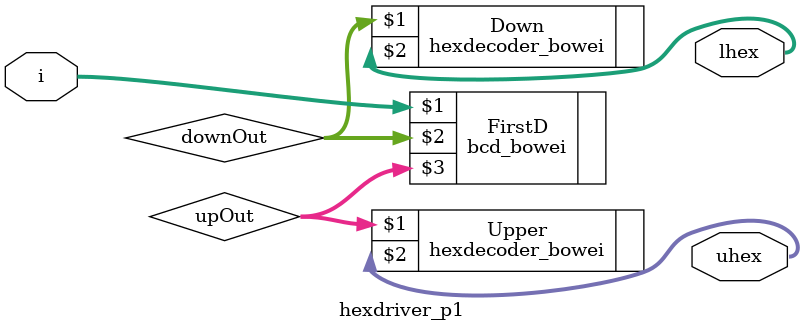
<source format=v>
      

module hexdriver_p1(i, uhex, lhex);
	input [3:0] i;
	output [6:0] uhex;
	output [6:0] lhex;

	wire [3:0] upOut;
	wire [3:0] downOut;

	bcd_bowei FirstD(i, downOut, upOut); // My bcd_bowei is declared as:    module bcd_bowei(i, lower, upper);
	//																	    	input [3:0] i;
	//																	    	output [3:0] lower;
	//																	    	output [3:0] upper;

	hexdecoder_bowei Upper(upOut, uhex); // my hexdecoder_bowei is declared as:     module hexdecoder_bowei(i, hex);
	//																			     	input [3:0] i;
	//																			     	output [6:0] hex;
	hexdecoder_bowei Down(downOut, lhex);

endmodule
</source>
